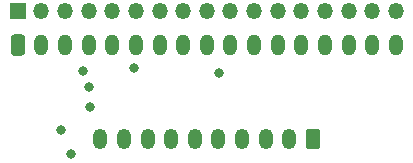
<source format=gbr>
%TF.GenerationSoftware,KiCad,Pcbnew,(6.0.1)*%
%TF.CreationDate,2022-07-04T15:46:30-07:00*%
%TF.ProjectId,mu100-dit-connector-board,6d753130-302d-4646-9974-2d636f6e6e65,rev?*%
%TF.SameCoordinates,Original*%
%TF.FileFunction,Soldermask,Top*%
%TF.FilePolarity,Negative*%
%FSLAX46Y46*%
G04 Gerber Fmt 4.6, Leading zero omitted, Abs format (unit mm)*
G04 Created by KiCad (PCBNEW (6.0.1)) date 2022-07-04 15:46:30*
%MOMM*%
%LPD*%
G01*
G04 APERTURE LIST*
G04 Aperture macros list*
%AMRoundRect*
0 Rectangle with rounded corners*
0 $1 Rounding radius*
0 $2 $3 $4 $5 $6 $7 $8 $9 X,Y pos of 4 corners*
0 Add a 4 corners polygon primitive as box body*
4,1,4,$2,$3,$4,$5,$6,$7,$8,$9,$2,$3,0*
0 Add four circle primitives for the rounded corners*
1,1,$1+$1,$2,$3*
1,1,$1+$1,$4,$5*
1,1,$1+$1,$6,$7*
1,1,$1+$1,$8,$9*
0 Add four rect primitives between the rounded corners*
20,1,$1+$1,$2,$3,$4,$5,0*
20,1,$1+$1,$4,$5,$6,$7,0*
20,1,$1+$1,$6,$7,$8,$9,0*
20,1,$1+$1,$8,$9,$2,$3,0*%
G04 Aperture macros list end*
%ADD10RoundRect,0.250000X0.350000X0.625000X-0.350000X0.625000X-0.350000X-0.625000X0.350000X-0.625000X0*%
%ADD11O,1.200000X1.750000*%
%ADD12O,1.200000X1.800000*%
%ADD13RoundRect,0.250000X-0.350000X-0.650000X0.350000X-0.650000X0.350000X0.650000X-0.350000X0.650000X0*%
%ADD14O,1.350000X1.350000*%
%ADD15R,1.350000X1.350000*%
%ADD16C,0.800000*%
G04 APERTURE END LIST*
D10*
%TO.C,J3*%
X90700000Y-68790000D03*
D11*
X88700000Y-68790000D03*
X86700000Y-68790000D03*
X84700000Y-68790000D03*
X82700000Y-68790000D03*
X80700000Y-68790000D03*
X78700000Y-68790000D03*
X76700000Y-68790000D03*
X74700000Y-68790000D03*
X72700000Y-68790000D03*
%TD*%
D12*
%TO.C,J2*%
X97710000Y-60830000D03*
X95710000Y-60830000D03*
X93710000Y-60830000D03*
X91710000Y-60830000D03*
X89710000Y-60830000D03*
X87710000Y-60830000D03*
X85710000Y-60830000D03*
X83710000Y-60830000D03*
X81710000Y-60830000D03*
X79710000Y-60830000D03*
X77710000Y-60830000D03*
X75710000Y-60830000D03*
X73710000Y-60830000D03*
X71710000Y-60830000D03*
X69710000Y-60830000D03*
X67710000Y-60830000D03*
D13*
X65710000Y-60830000D03*
%TD*%
D14*
%TO.C,J1*%
X97710000Y-57970000D03*
X95710000Y-57970000D03*
X93710000Y-57970000D03*
X91710000Y-57970000D03*
X89710000Y-57970000D03*
X87710000Y-57970000D03*
X85710000Y-57970000D03*
X83710000Y-57970000D03*
X81710000Y-57970000D03*
X79710000Y-57970000D03*
X77710000Y-57970000D03*
X75710000Y-57970000D03*
X73710000Y-57970000D03*
X71710000Y-57970000D03*
X69710000Y-57970000D03*
X67710000Y-57970000D03*
D15*
X65710000Y-57970000D03*
%TD*%
D16*
X69400000Y-68040000D03*
X71270000Y-63010000D03*
X71760000Y-64370000D03*
X71820000Y-66050000D03*
X70190000Y-70070000D03*
X75539600Y-62738000D03*
X82778600Y-63195200D03*
M02*

</source>
